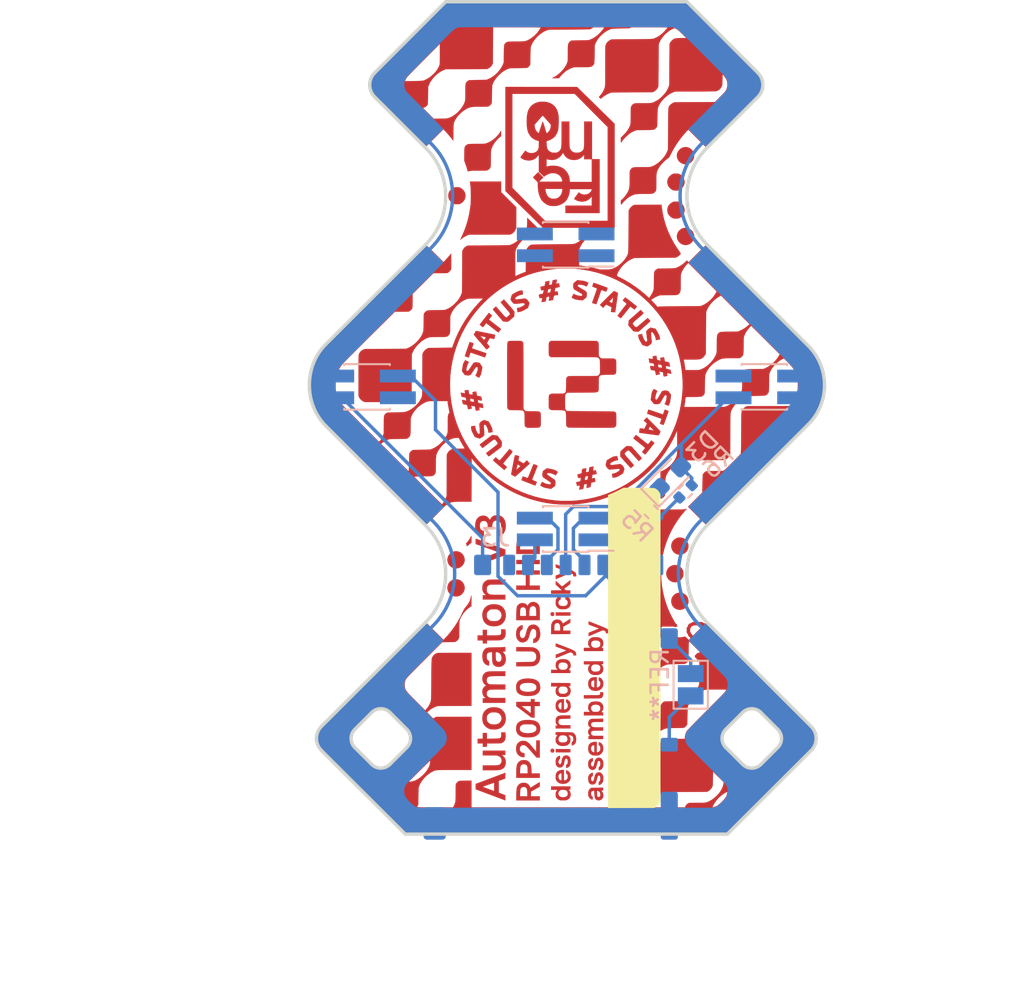
<source format=kicad_pcb>
(kicad_pcb (version 20221018) (generator pcbnew)
  (layers (0 "F.Cu" signal) (31 "B.Cu" signal) (34 "B.Paste" user) (35 "F.Paste" user) (36 "B.SilkS" user "B.Silkscreen") (37 "F.SilkS" user "F.Silkscreen") (38 "B.Mask" user) (39 "F.Mask" user) (44 "Edge.Cuts" user))
  (net 0 "")
  (footprint "V3_graphics:TOP_NOTWHITE" (layer "F.Cu") (at 135.867691 72.910947 90)
    (fp_text reference "Ref**" hide)
    (fp_text value "Val**" hide)
    (fp_line (start -23.8252 8.638697) (end -18.9452 13.529597) (stroke (width 0.2)) (layer "Edge.Cuts"))
    (fp_line (start -23.8251 -10.166203) (end -23.8252 8.638697) (stroke (width 0.2)) (layer "Edge.Cuts"))
    (fp_line (start -19.7522 -12.124703) (end -18.7677 -13.111503) (stroke (width 0.2)) (layer "Edge.Cuts"))
    (fp_line (start -19.7519 9.537197) (end -18.7645 8.548897) (stroke (width 0.2)) (layer "Edge.Cuts"))
    (fp_line (start -18.9442 -15.057803) (end -23.8251 -10.166203) (stroke (width 0.2)) (layer "Edge.Cuts"))
    (fp_line (start -18.7681 11.583397) (end -19.7522 10.597097) (stroke (width 0.2)) (layer "Edge.Cuts"))
    (fp_line (start -18.7645 -10.076603) (end -19.7519 -11.064903) (stroke (width 0.2)) (layer "Edge.Cuts"))
    (fp_line (start -17.7062 -13.111803) (end -16.7172 -12.122003) (stroke (width 0.2)) (layer "Edge.Cuts"))
    (fp_line (start -17.7038 8.548397) (end -16.7177 9.533697) (stroke (width 0.2)) (layer "Edge.Cuts"))
    (fp_line (start -17.5299 13.530097) (end -11.4574 7.451997) (stroke (width 0.2)) (layer "Edge.Cuts"))
    (fp_line (start -16.7177 -11.061303) (end -17.7038 -10.076103) (stroke (width 0.2)) (layer "Edge.Cuts"))
    (fp_line (start -16.7172 10.594297) (end -17.7068 11.583897) (stroke (width 0.2)) (layer "Edge.Cuts"))
    (fp_line (start -11.4762 -8.998603) (end -17.5288 -15.058203) (stroke (width 0.2)) (layer "Edge.Cuts"))
    (fp_line (start -5.7856 7.463797) (end 0.1059 13.362197) (stroke (width 0.2)) (layer "Edge.Cuts"))
    (fp_line (start 0.0234 -14.807403) (end -5.7973 -8.979703) (stroke (width 0.2)) (layer "Edge.Cuts"))
    (fp_line (start 4.7053 13.362697) (end 10.6115 7.451997) (stroke (width 0.2)) (layer "Edge.Cuts"))
    (fp_line (start 10.5927 -8.998603) (end 4.7906 -14.807403) (stroke (width 0.2)) (layer "Edge.Cuts"))
    (fp_line (start 16.2833 7.463797) (end 19.2369 10.420897) (stroke (width 0.2)) (layer "Edge.Cuts"))
    (fp_line (start 19.2369 -11.948603) (end 16.2716 -8.979703) (stroke (width 0.2)) (layer "Edge.Cuts"))
    (fp_line (start 20.6507 10.422097) (end 24.8034 6.278697) (stroke (width 0.2)) (layer "Edge.Cuts"))
    (fp_line (start 24.8034 -7.806503) (end 20.6507 -11.949803) (stroke (width 0.2)) (layer "Edge.Cuts"))
    (fp_line (start 24.8034 6.278697) (end 24.8034 -7.806503) (stroke (width 0.2)) (layer "Edge.Cuts"))
    (fp_curve (pts (xy -19.7522 10.597097) (xy -20.0448 10.304197) (xy -20.0443 9.830297) (xy -19.7519 9.537197)) (stroke (width 0.2)) (layer "Edge.Cuts"))
    (fp_curve (pts (xy -19.7519 -11.064903) (xy -20.0443 -11.357203) (xy -20.0441 -11.831803) (xy -19.7522 -12.124703)) (stroke (width 0.2)) (layer "Edge.Cuts"))
    (fp_curve (pts (xy -18.9452 13.529597) (xy -18.5549 13.920697) (xy -17.9204 13.920997) (xy -17.5299 13.530097)) (stroke (width 0.2)) (layer "Edge.Cuts"))
    (fp_curve (pts (xy -18.7677 -13.111503) (xy -18.4748 -13.405203) (xy -17.9994 -13.405103) (xy -17.7062 -13.111803)) (stroke (width 0.2)) (layer "Edge.Cuts"))
    (fp_curve (pts (xy -18.7645 8.548897) (xy -18.4723 8.256197) (xy -17.9965 8.256197) (xy -17.7038 8.548397)) (stroke (width 0.2)) (layer "Edge.Cuts"))
    (fp_curve (pts (xy -17.7068 11.583897) (xy -17.9994 11.876797) (xy -18.4756 11.876397) (xy -18.7681 11.583397)) (stroke (width 0.2)) (layer "Edge.Cuts"))
    (fp_curve (pts (xy -17.7038 -10.076103) (xy -17.9968 -9.783303) (xy -18.4717 -9.783603) (xy -18.7645 -10.076603)) (stroke (width 0.2)) (layer "Edge.Cuts"))
    (fp_curve (pts (xy -17.5288 -15.058203) (xy -17.9193 -15.449203) (xy -18.5539 -15.449003) (xy -18.9442 -15.057803)) (stroke (width 0.2)) (layer "Edge.Cuts"))
    (fp_curve (pts (xy -16.7177 9.533697) (xy -16.4247 9.826297) (xy -16.4253 10.302097) (xy -16.7172 10.594297)) (stroke (width 0.2)) (layer "Edge.Cuts"))
    (fp_curve (pts (xy -16.7172 -12.122003) (xy -16.4242 -11.828903) (xy -16.4249 -11.354303) (xy -16.7177 -11.061303)) (stroke (width 0.2)) (layer "Edge.Cuts"))
    (fp_curve (pts (xy -11.4574 7.451997) (xy -9.8656 5.879197) (xy -7.3601 5.888297) (xy -5.7856 7.463797)) (stroke (width 0.2)) (layer "Edge.Cuts"))
    (fp_curve (pts (xy -5.7973 -8.979703) (xy -7.3538 -7.414103) (xy -9.8965 -7.409503) (xy -11.4762 -8.998603)) (stroke (width 0.2)) (layer "Edge.Cuts"))
    (fp_curve (pts (xy 0.1059 13.362197) (xy 1.3743 14.632097) (xy 3.4363 14.632697) (xy 4.7053 13.362697)) (stroke (width 0.2)) (layer "Edge.Cuts"))
    (fp_curve (pts (xy 4.7906 -14.807403) (xy 3.5152 -16.084303) (xy 1.2988 -16.084203) (xy 0.0234 -14.807403)) (stroke (width 0.2)) (layer "Edge.Cuts"))
    (fp_curve (pts (xy 10.6115 7.451997) (xy 12.2033 5.879197) (xy 14.7088 5.888297) (xy 16.2833 7.463797)) (stroke (width 0.2)) (layer "Edge.Cuts"))
    (fp_curve (pts (xy 16.2716 -8.979703) (xy 14.7049 -7.411303) (xy 12.1703 -7.411603) (xy 10.5927 -8.998603)) (stroke (width 0.2)) (layer "Edge.Cuts"))
    (fp_curve (pts (xy 19.2369 10.420897) (xy 19.627 10.811497) (xy 20.2599 10.811997) (xy 20.6507 10.422097)) (stroke (width 0.2)) (layer "Edge.Cuts"))
    (fp_curve (pts (xy 20.6507 -11.949803) (xy 20.2599 -12.339803) (xy 19.627 -12.339203) (xy 19.2369 -11.948603)) (stroke (width 0.2)) (layer "Edge.Cuts"))
  )
  (footprint "Connector_PinSocket_1.27mm:PinSocket_2x02_P1.27mm_Vertical_SMD" (layer "B.Cu") (at 146.667691 70.610947 180)
    (fp_text reference "J14" hide)
    (fp_text value "Conn_01x04_Socket")
  )
  (footprint "Connector_PinSocket_1.27mm:PinSocket_2x02_P1.27mm_Vertical_SMD" (layer "B.Cu") (at 123.467691 70.610947)
    (fp_text reference "J15" hide)
    (fp_text value "Conn_01x04_Socket")
  )
  (footprint "Resistor_SMD:R_0402_1005Metric" (layer "B.Cu") (at 140.067691 77.910947 -45)
    (fp_text reference "R5")
    (fp_text value "750")
  )
  (footprint "_conn:SDCARD_KLS_L-KLS1-SD114-R" (layer "B.Cu") (at 134.167691 88.710947 180)
    (fp_text reference "J3")
    (fp_text value "Micro_SD_Card")
  )
  (footprint "Resistor_SMD:R_0402_1005Metric" (layer "B.Cu") (at 142.067691 76.710947 -135)
    (fp_text reference "R6")
    (fp_text value "10k")
  )
  (footprint "Connector_PinSocket_1.27mm:PinSocket_2x02_P1.27mm_Vertical_SMD" (layer "B.Cu") (at 135.067691 78.910947)
    (fp_text reference "J9" hide)
    (fp_text value "Conn_01x04_Socket")
  )
  (footprint "LED_SMD:LED_0603_1608Metric_Pad1.05x0.95mm_HandSolder" (layer "B.Cu") (at 141.167691 75.910947 45)
    (fp_text reference "D3")
    (fp_text value "CD_LED")
  )
  (footprint "Jumper:SolderJumper-2_P1.3mm_Open_Pad1.0x1.5mm" (layer "B.Cu") (at 142.367691 88.010947 -90)
    (fp_text reference "REF**")
    (fp_text value "SolderJumper-2_P1.3mm_Open_Pad1.0x1.5mm")
  )
  (footprint "Connector_PinSocket_1.27mm:PinSocket_2x02_P1.27mm_Vertical_SMD" (layer "B.Cu") (at 135.067691 62.310947)
    (fp_text reference "J10" hide)
    (fp_text value "Conn_01x04_Pin")
  )
  (gr_arc (start 143.116944 84.754901) (mid 141.649253 81.543954) (end 143.067691 78.310947) (stroke (width 0.2)) (layer "B.Cu"))
  (gr_arc (start 127.118438 78.266993) (mid 128.586129 81.47794) (end 127.167691 84.710947) (stroke (width 0.2)) (layer "B.Cu"))
  (gr_arc (start 127 56.2) (mid 128.467699 59.410947) (end 127.049253 62.643954) (stroke (width 0.2)) (layer "B.Cu"))
  (gr_arc (start 143.216944 62.687908) (mid 141.749248 59.476961) (end 143.167691 56.243954) (stroke (width 0.2)) (layer "B.Cu"))
  (gr_text "???" (at 143.7 86.7) (layer "F.Cu") (effects (font (size 2 2) (thickness 0.2)) (justify left bottom mirror)))
  (segment (start 141.817691 73.960947) (end 138.177691 77.600947) (width 0.2) (layer "B.Cu") (net 0))
  (segment (start 134.617691 78.870947) (end 134.617691 80.110947) (width 0.2) (layer "B.Cu") (net 0))
  (segment (start 134.022691 78.275947) (end 134.617691 78.870947) (width 0.2) (layer "B.Cu") (net 0))
  (segment (start 137.542691 79.545947) (end 138.367691 80.370947) (width 0.2) (layer "B.Cu") (net 0))
  (segment (start 140.428315 81.000323) (end 140.428315 78.271571) (width 0.2) (layer "B.Cu") (net 0))
  (segment (start 141.817691 75.260947) (end 141.817691 73.960947) (width 0.2) (layer "B.Cu") (net 0))
  (segment (start 133.267691 78.275947) (end 134.022691 78.275947) (width 0.2) (layer "B.Cu") (net 0))
  (segment (start 126.022691 69.975947) (end 127.467691 71.420947) (width 0.2) (layer "B.Cu") (net 0))
  (segment (start 141.117691 89.910947) (end 142.367691 88.660947) (width 0.2) (layer "B.Cu") (net 0))
  (segment (start 136.867691 78.275947) (end 136.112691 78.275947) (width 0.2) (layer "B.Cu") (net 0))
  (segment (start 142.367691 86.560947) (end 141.117691 85.310947) (width 0.2) (layer "B.Cu") (net 0))
  (segment (start 141.117691 91.510947) (end 141.117691 89.910947) (width 0.2) (layer "B.Cu") (net 0))
  (segment (start 125.267691 69.975947) (end 126.022691 69.975947) (width 0.2) (layer "B.Cu") (net 0))
  (segment (start 133.267691 80.610947) (end 132.867691 81.010947) (width 0.2) (layer "B.Cu") (net 0))
  (segment (start 130.217691 81.010947) (end 130.217691 79.446565) (width 0.2) (layer "B.Cu") (net 0))
  (segment (start 136.167691 80.760947) (end 136.167691 81.010947) (width 0.2) (layer "B.Cu") (net 0))
  (segment (start 144.867691 71.245947) (end 144.532691 71.245947) (width 0.2) (layer "B.Cu") (net 0))
  (segment (start 135.067691 78.050947) (end 135.067691 81.010947) (width 0.2) (layer "B.Cu") (net 0))
  (segment (start 133.967691 80.760947) (end 133.967691 81.010947) (width 0.2) (layer "B.Cu") (net 0))
  (segment (start 131.117691 81.673703) (end 132.254935 82.810947) (width 0.2) (layer "B.Cu") (net 0))
  (segment (start 144.532691 71.245947) (end 141.817691 73.960947) (width 0.2) (layer "B.Cu") (net 0))
  (segment (start 136.867691 79.545947) (end 137.542691 79.545947) (width 0.2) (layer "B.Cu") (net 0))
  (segment (start 135.517691 80.110947) (end 136.167691 80.760947) (width 0.2) (layer "B.Cu") (net 0))
  (segment (start 130.217691 79.446565) (end 122.181114 71.409988) (width 0.2) (layer "B.Cu") (net 0))
  (segment (start 136.230447 82.810947) (end 137.367691 81.673703) (width 0.2) (layer "B.Cu") (net 0))
  (segment (start 142.428315 76.350323) (end 142.428315 75.934135) (width 0.2) (layer "B.Cu") (net 0))
  (segment (start 134.617691 80.110947) (end 133.967691 80.760947) (width 0.2) (layer "B.Cu") (net 0))
  (segment (start 141.117691 85.310947) (end 137.267691 81.460947) (width 0.2) (layer "B.Cu") (net 0))
  (segment (start 142.367691 87.360947) (end 142.367691 86.560947) (width 0.2) (layer "B.Cu") (net 0))
  (segment (start 127.467691 71.420947) (end 127.467691 73.110947) (width 0.2) (layer "B.Cu") (net 0))
  (segment (start 132.254935 82.810947) (end 136.230447 82.810947) (width 0.2) (layer "B.Cu") (net 0))
  (segment (start 140.417691 81.010947) (end 140.428315 81.000323) (width 0.2) (layer "B.Cu") (net 0))
  (segment (start 140.507067 78.271571) (end 141.707067 77.071571) (width 0.2) (layer "B.Cu") (net 0))
  (segment (start 135.517691 78.870947) (end 135.517691 80.110947) (width 0.2) (layer "B.Cu") (net 0))
  (segment (start 131.117691 76.760947) (end 131.117691 81.673703) (width 0.2) (layer "B.Cu") (net 0))
  (segment (start 133.267691 79.545947) (end 133.267691 80.610947) (width 0.2) (layer "B.Cu") (net 0))
  (segment (start 139.707067 77.371571) (end 140.548973 76.529665) (width 0.2) (layer "B.Cu") (net 0))
  (segment (start 137.367691 81.110947) (end 137.267691 81.010947) (width 0.2) (layer "B.Cu") (net 0))
  (segment (start 142.428315 75.934135) (end 141.786409 75.292229) (width 0.2) (layer "B.Cu") (net 0))
  (segment (start 137.367691 81.673703) (end 137.367691 81.110947) (width 0.2) (layer "B.Cu") (net 0))
  (segment (start 135.517691 77.600947) (end 135.067691 78.050947) (width 0.2) (layer "B.Cu") (net 0))
  (segment (start 138.367691 80.370947) (end 138.367691 81.010947) (width 0.2) (layer "B.Cu") (net 0))
  (segment (start 138.177691 77.600947) (end 135.517691 77.600947) (width 0.2) (layer "B.Cu") (net 0))
  (segment (start 140.428315 78.271571) (end 140.507067 78.271571) (width 0.2) (layer "B.Cu") (net 0))
  (segment (start 141.786409 75.292229) (end 141.817691 75.260947) (width 0.2) (layer "B.Cu") (net 0))
  (segment (start 136.112691 78.275947) (end 135.517691 78.870947) (width 0.2) (layer "B.Cu") (net 0))
  (segment (start 127.467691 73.110947) (end 131.117691 76.760947) (width 0.2) (layer "B.Cu") (net 0))
  (segment (start 139.707067 77.550323) (end 139.707067 77.371571) (width 0.2) (layer "B.Cu") (net 0))
  (segment (start 122.181114 71.409988) (end 122.170519 71.394951) (width 0.2) (layer "B.Cu") (net 0))
  (segment (start 137.267691 81.460947) (end 137.267691 81.010947) (width 0.2) (layer "B.Cu") (net 0))
)
</source>
